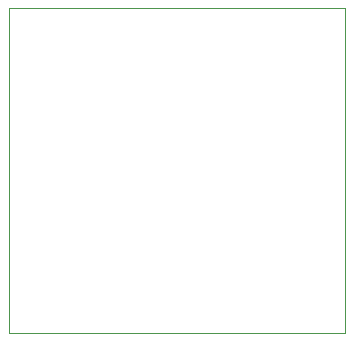
<source format=gbr>
%TF.GenerationSoftware,KiCad,Pcbnew,9.0.6*%
%TF.CreationDate,2026-01-01T03:20:53+05:30*%
%TF.ProjectId,Stem_Toy,5374656d-5f54-46f7-992e-6b696361645f,rev?*%
%TF.SameCoordinates,Original*%
%TF.FileFunction,Profile,NP*%
%FSLAX46Y46*%
G04 Gerber Fmt 4.6, Leading zero omitted, Abs format (unit mm)*
G04 Created by KiCad (PCBNEW 9.0.6) date 2026-01-01 03:20:53*
%MOMM*%
%LPD*%
G01*
G04 APERTURE LIST*
%TA.AperFunction,Profile*%
%ADD10C,0.050000*%
%TD*%
G04 APERTURE END LIST*
D10*
X86500000Y-85500000D02*
X115000000Y-85500000D01*
X115000000Y-113000000D01*
X86500000Y-113000000D01*
X86500000Y-85500000D01*
M02*

</source>
